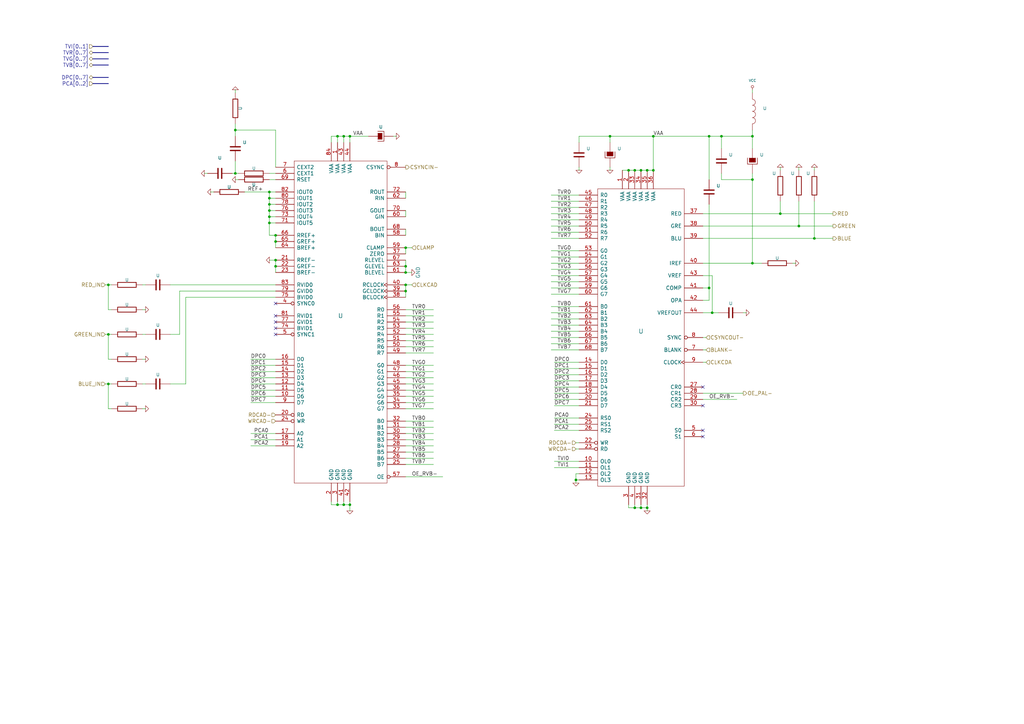
<source format=kicad_sch>
(kicad_sch (version 20220404) (generator eeschema)
  (paper "A3")
  (title_block (title "Video") (date "Sun 22 Mar 2015") (rev "2.0B") (company "Kicad EDA"))
  (lib_symbols
    (symbol "video_schlib:BT253" (pin_names (offset 1.016))
      (property "Reference" "U" (at 0 2.54 0))
      (property "Value" "BT253" (at 0 -2.54 0))
      (symbol "BT253_0_1"
        (rectangle (start -19.05 -66.04) (end 19.05 66.04))
      )
      (symbol "BT253_1_1"
        (pin input line (at -1.27 73.66 270) (length 7.62) (name "VAA") (number "1"))
        (pin tri_state line (at -26.67 -30.48 0) (length 7.62) (name "D6") (number "10"))
        (pin tri_state line (at -26.67 -27.94 0) (length 7.62) (name "D5") (number "11"))
        (pin tri_state line (at -26.67 -25.4 0) (length 7.62) (name "D4") (number "12"))
        (pin tri_state line (at -26.67 -22.86 0) (length 7.62) (name "D3") (number "13"))
        (pin tri_state line (at -26.67 -20.32 0) (length 7.62) (name "D2") (number "14"))
        (pin tri_state line (at -26.67 -17.78 0) (length 7.62) (name "D1") (number "15"))
        (pin tri_state line (at -26.67 -15.24 0) (length 7.62) (name "D0") (number "16"))
        (pin input line (at -26.67 -45.72 0) (length 7.62) (name "A0") (number "17"))
        (pin input line (at -26.67 -48.26 0) (length 7.62) (name "A1") (number "18"))
        (pin input line (at -26.67 -50.8 0) (length 7.62) (name "A2") (number "19"))
        (pin input line (at -3.81 -73.66 90) (length 7.62) (name "GND") (number "2"))
        (pin input inverted (at -26.67 -38.1 0) (length 7.62) (name "RD") (number "20"))
        (pin input line (at -26.67 25.4 0) (length 7.62) (name "RREF-") (number "21"))
        (pin input line (at -26.67 22.86 0) (length 7.62) (name "GREF-") (number "22"))
        (pin input line (at -26.67 20.32 0) (length 7.62) (name "BREF-") (number "23"))
        (pin input inverted (at -26.67 -40.64 0) (length 7.62) (name "WR") (number "24"))
        (pin tri_state line (at 26.67 -58.42 180) (length 7.62) (name "B7") (number "25"))
        (pin tri_state line (at 26.67 -55.88 180) (length 7.62) (name "B6") (number "26"))
        (pin tri_state line (at 26.67 -53.34 180) (length 7.62) (name "B5") (number "27"))
        (pin tri_state line (at 26.67 -50.8 180) (length 7.62) (name "B4") (number "28"))
        (pin tri_state line (at 26.67 -48.26 180) (length 7.62) (name "B3") (number "29"))
        (pin input line (at -1.27 -73.66 90) (length 7.62) (name "GND") (number "3"))
        (pin tri_state line (at 26.67 -45.72 180) (length 7.62) (name "B2") (number "30"))
        (pin tri_state line (at 26.67 -43.18 180) (length 7.62) (name "B1") (number "31"))
        (pin tri_state line (at 26.67 -40.64 180) (length 7.62) (name "B0") (number "32"))
        (pin tri_state line (at 26.67 -35.56 180) (length 7.62) (name "G7") (number "33"))
        (pin tri_state line (at 26.67 -33.02 180) (length 7.62) (name "G6") (number "34"))
        (pin tri_state line (at 26.67 -30.48 180) (length 7.62) (name "G5") (number "35"))
        (pin tri_state line (at 26.67 -27.94 180) (length 7.62) (name "G4") (number "36"))
        (pin input line (at 26.67 27.94 180) (length 7.62) (name "ZERO") (number "37"))
        (pin input clock (at 26.67 10.16 180) (length 7.62) (name "BCLOCK") (number "38"))
        (pin input clock (at 26.67 12.7 180) (length 7.62) (name "GCLOCK") (number "39"))
        (pin input inverted (at -26.67 7.62 0) (length 7.62) (name "SYNC0") (number "4"))
        (pin input clock (at 26.67 15.24 180) (length 7.62) (name "RCLOCK") (number "40"))
        (pin input line (at 1.27 -73.66 90) (length 7.62) (name "GND") (number "41"))
        (pin input line (at 3.81 -73.66 90) (length 7.62) (name "GND") (number "42"))
        (pin input line (at 1.27 73.66 270) (length 7.62) (name "VAA") (number "43"))
        (pin input line (at 3.81 73.66 270) (length 7.62) (name "VAA") (number "44"))
        (pin tri_state line (at 26.67 -25.4 180) (length 7.62) (name "G3") (number "45"))
        (pin tri_state line (at 26.67 -22.86 180) (length 7.62) (name "G2") (number "46"))
        (pin tri_state line (at 26.67 -20.32 180) (length 7.62) (name "G1") (number "47"))
        (pin tri_state line (at 26.67 -17.78 180) (length 7.62) (name "G0") (number "48"))
        (pin tri_state line (at 26.67 -12.7 180) (length 7.62) (name "R7") (number "49"))
        (pin input inverted (at -26.67 -5.08 0) (length 7.62) (name "SYNC1") (number "5"))
        (pin tri_state line (at 26.67 -10.16 180) (length 7.62) (name "R6") (number "50"))
        (pin tri_state line (at 26.67 -7.62 180) (length 7.62) (name "R5") (number "51"))
        (pin tri_state line (at 26.67 -5.08 180) (length 7.62) (name "R4") (number "52"))
        (pin tri_state line (at 26.67 -2.54 180) (length 7.62) (name "R3") (number "53"))
        (pin tri_state line (at 26.67 0 180) (length 7.62) (name "R2") (number "54"))
        (pin tri_state line (at 26.67 2.54 180) (length 7.62) (name "R1") (number "55"))
        (pin tri_state line (at 26.67 5.08 180) (length 7.62) (name "R0") (number "56"))
        (pin input inverted (at 26.67 -63.5 180) (length 7.62) (name "OE") (number "57"))
        (pin input line (at 26.67 35.56 180) (length 7.62) (name "BIN") (number "58"))
        (pin input line (at 26.67 30.48 180) (length 7.62) (name "CLAMP") (number "59"))
        (pin output line (at -26.67 60.96 0) (length 7.62) (name "CEXT1") (number "6"))
        (pin input line (at 26.67 43.18 180) (length 7.62) (name "GIN") (number "60"))
        (pin input line (at 26.67 20.32 180) (length 7.62) (name "BLEVEL") (number "61"))
        (pin input line (at 26.67 50.8 180) (length 7.62) (name "RIN") (number "62"))
        (pin input line (at 26.67 22.86 180) (length 7.62) (name "GLEVEL") (number "63"))
        (pin input line (at -26.67 30.48 0) (length 7.62) (name "BREF+") (number "64"))
        (pin input line (at -26.67 33.02 0) (length 7.62) (name "GREF+") (number "65"))
        (pin input line (at -26.67 35.56 0) (length 7.62) (name "RREF+") (number "66"))
        (pin input line (at 26.67 25.4 180) (length 7.62) (name "RLEVEL") (number "67"))
        (pin output line (at 26.67 38.1 180) (length 7.62) (name "BOUT") (number "68"))
        (pin input line (at -26.67 58.42 0) (length 7.62) (name "RSET") (number "69"))
        (pin input line (at -26.67 63.5 0) (length 7.62) (name "CEXT2") (number "7"))
        (pin output line (at 26.67 45.72 180) (length 7.62) (name "GOUT") (number "70"))
        (pin passive line (at -26.67 40.64 0) (length 7.62) (name "IOUT5") (number "71"))
        (pin output line (at 26.67 53.34 180) (length 7.62) (name "ROUT") (number "72"))
        (pin passive line (at -26.67 43.18 0) (length 7.62) (name "IOUT4") (number "73"))
        (pin input line (at -26.67 -2.54 0) (length 7.62) (name "BVID1") (number "74"))
        (pin input line (at -26.67 10.16 0) (length 7.62) (name "BVID0") (number "75"))
        (pin passive line (at -26.67 45.72 0) (length 7.62) (name "IOUT3") (number "76"))
        (pin input line (at -26.67 0 0) (length 7.62) (name "GVID1") (number "77"))
        (pin passive line (at -26.67 48.26 0) (length 7.62) (name "IOUT2") (number "78"))
        (pin input line (at -26.67 12.7 0) (length 7.62) (name "GVID0") (number "79"))
        (pin output inverted (at 26.67 63.5 180) (length 7.62) (name "CSYNC") (number "8"))
        (pin passive line (at -26.67 50.8 0) (length 7.62) (name "IOUT1") (number "80"))
        (pin input line (at -26.67 2.54 0) (length 7.62) (name "RVID1") (number "81"))
        (pin passive line (at -26.67 53.34 0) (length 7.62) (name "IOUT0") (number "82"))
        (pin input line (at -26.67 15.24 0) (length 7.62) (name "RVID0") (number "83"))
        (pin input line (at -3.81 73.66 270) (length 7.62) (name "VAA") (number "84"))
        (pin tri_state line (at -26.67 -33.02 0) (length 7.62) (name "D7") (number "9"))
      )
    )
    (symbol "video_schlib:BT473" (pin_names (offset 1.016))
      (property "Reference" "U" (at 0 2.54 0))
      (property "Value" "BT473" (at 0 -2.54 0))
      (symbol "BT473_0_1"
        (rectangle (start -17.78 -60.96) (end 17.78 60.96))
      )
      (symbol "BT473_1_1"
        (pin input line (at -7.62 68.58 270) (length 7.62) (name "VAA") (number "1"))
        (pin input line (at -25.4 -50.8 0) (length 7.62) (name "OL0") (number "10"))
        (pin input line (at -25.4 -53.34 0) (length 7.62) (name "OL1") (number "11"))
        (pin input line (at -25.4 -55.88 0) (length 7.62) (name "OL2") (number "12"))
        (pin input line (at -25.4 -58.42 0) (length 7.62) (name "OL3") (number "13"))
        (pin input line (at -25.4 -10.16 0) (length 7.62) (name "D0") (number "14"))
        (pin input line (at -25.4 -12.7 0) (length 7.62) (name "D1") (number "15"))
        (pin input line (at -25.4 -15.24 0) (length 7.62) (name "D2") (number "16"))
        (pin input line (at -25.4 -17.78 0) (length 7.62) (name "D3") (number "17"))
        (pin input line (at -25.4 -20.32 0) (length 7.62) (name "D4") (number "18"))
        (pin input line (at -25.4 -22.86 0) (length 7.62) (name "D5") (number "19"))
        (pin input line (at -5.08 68.58 270) (length 7.62) (name "VAA") (number "2"))
        (pin input line (at -25.4 -25.4 0) (length 7.62) (name "D6") (number "20"))
        (pin input line (at -25.4 -27.94 0) (length 7.62) (name "D7") (number "21"))
        (pin input inverted (at -25.4 -43.18 0) (length 7.62) (name "WR") (number "22"))
        (pin input inverted (at -25.4 -45.72 0) (length 7.62) (name "RD") (number "23"))
        (pin input line (at -25.4 -33.02 0) (length 7.62) (name "RS0") (number "24"))
        (pin input line (at -25.4 -35.56 0) (length 7.62) (name "RS1") (number "25"))
        (pin input line (at -25.4 -38.1 0) (length 7.62) (name "RS2") (number "26"))
        (pin output line (at 25.4 -20.32 180) (length 7.62) (name "CR0") (number "27"))
        (pin output line (at 25.4 -22.86 180) (length 7.62) (name "CR1") (number "28"))
        (pin output line (at 25.4 -25.4 180) (length 7.62) (name "CR2") (number "29"))
        (pin input line (at -5.08 -68.58 90) (length 7.62) (name "GND") (number "3"))
        (pin output line (at 25.4 -27.94 180) (length 7.62) (name "CR3") (number "30"))
        (pin input line (at 0 -68.58 90) (length 7.62) (name "GND") (number "31"))
        (pin input line (at 2.54 -68.58 90) (length 7.62) (name "GND") (number "32"))
        (pin input line (at -2.54 68.58 270) (length 7.62) (name "VAA") (number "33"))
        (pin input line (at 0 68.58 270) (length 7.62) (name "VAA") (number "34"))
        (pin input line (at 2.54 68.58 270) (length 7.62) (name "VAA") (number "35"))
        (pin input line (at 5.08 68.58 270) (length 7.62) (name "VAA") (number "36"))
        (pin output line (at 25.4 50.8 180) (length 7.62) (name "RED") (number "37"))
        (pin output line (at 25.4 45.72 180) (length 7.62) (name "GRE") (number "38"))
        (pin output line (at 25.4 40.64 180) (length 7.62) (name "BLU") (number "39"))
        (pin input line (at -2.54 -68.58 90) (length 7.62) (name "GND") (number "4"))
        (pin input line (at 25.4 30.48 180) (length 7.62) (name "IREF") (number "40"))
        (pin input line (at 25.4 20.32 180) (length 7.62) (name "COMP") (number "41"))
        (pin output line (at 25.4 15.24 180) (length 7.62) (name "OPA") (number "42"))
        (pin input line (at 25.4 25.4 180) (length 7.62) (name "VREF") (number "43"))
        (pin output line (at 25.4 10.16 180) (length 7.62) (name "VREFOUT") (number "44"))
        (pin input line (at -25.4 58.42 0) (length 7.62) (name "R0") (number "45"))
        (pin input line (at -25.4 55.88 0) (length 7.62) (name "R1") (number "46"))
        (pin input line (at -25.4 53.34 0) (length 7.62) (name "R2") (number "47"))
        (pin input line (at -25.4 50.8 0) (length 7.62) (name "R3") (number "48"))
        (pin input line (at -25.4 48.26 0) (length 7.62) (name "R4") (number "49"))
        (pin input line (at 25.4 -38.1 180) (length 7.62) (name "S0") (number "5"))
        (pin input line (at -25.4 45.72 0) (length 7.62) (name "R5") (number "50"))
        (pin input line (at -25.4 43.18 0) (length 7.62) (name "R6") (number "51"))
        (pin input line (at -25.4 40.64 0) (length 7.62) (name "R7") (number "52"))
        (pin input line (at -25.4 35.56 0) (length 7.62) (name "G0") (number "53"))
        (pin input line (at -25.4 33.02 0) (length 7.62) (name "G1") (number "54"))
        (pin input line (at -25.4 30.48 0) (length 7.62) (name "G2") (number "55"))
        (pin input line (at -25.4 27.94 0) (length 7.62) (name "G3") (number "56"))
        (pin input line (at -25.4 25.4 0) (length 7.62) (name "G4") (number "57"))
        (pin input line (at -25.4 22.86 0) (length 7.62) (name "G5") (number "58"))
        (pin input line (at -25.4 20.32 0) (length 7.62) (name "G6") (number "59"))
        (pin input line (at 25.4 -40.64 180) (length 7.62) (name "S1") (number "6"))
        (pin input line (at -25.4 17.78 0) (length 7.62) (name "G7") (number "60"))
        (pin input line (at -25.4 12.7 0) (length 7.62) (name "B0") (number "61"))
        (pin input line (at -25.4 10.16 0) (length 7.62) (name "B1") (number "62"))
        (pin input line (at -25.4 7.62 0) (length 7.62) (name "B2") (number "63"))
        (pin input line (at -25.4 5.08 0) (length 7.62) (name "B3") (number "64"))
        (pin input line (at -25.4 2.54 0) (length 7.62) (name "B4") (number "65"))
        (pin input line (at -25.4 0 0) (length 7.62) (name "B5") (number "66"))
        (pin input line (at -25.4 -2.54 0) (length 7.62) (name "B6") (number "67"))
        (pin input line (at -25.4 -5.08 0) (length 7.62) (name "B7") (number "68"))
        (pin input inverted (at 25.4 -5.08 180) (length 7.62) (name "BLANK") (number "7"))
        (pin input inverted (at 25.4 0 180) (length 7.62) (name "SYNC") (number "8"))
        (pin input clock (at 25.4 -10.16 180) (length 7.62) (name "CLOCK") (number "9"))
      )
    )
    (symbol "video_schlib:C" (pin_numbers hide) (pin_names (offset 0.254))
      (property "Reference" "C" (at 0 2.54 0))
      (property "Value" "C" (at 0.1524 -2.159 0))
      (symbol "C_0_1"
        (polyline (pts (xy -2.032 -0.762) (xy 2.032 -0.762)) (stroke (width 0.508)))
        (polyline (pts (xy -2.032 0.762) (xy 2.032 0.762)) (stroke (width 0.508)))
      )
      (symbol "C_1_1"
        (pin passive line (at 0 5.08 270) (length 4.318) (name "~") (number "1"))
        (pin passive line (at 0 -5.08 90) (length 4.318) (name "~") (number "2"))
      )
    )
    (symbol "video_schlib:CP" (pin_numbers hide) (pin_names (offset 0.254) hide)
      (property "Reference" "C" (at 1.27 2.54 0))
      (property "Value" "CP" (at 1.27 -2.54 0))
      (symbol "CP_0_1"
        (polyline (pts (xy -2.032 1.27) (xy -2.032 -1.27) (xy 2.032 -1.27) (xy 2.032 1.27)) (stroke (width 0.2032)))
        (polyline (pts (xy -1.27 1.27) (xy -1.27 -0.508) (xy 1.27 -0.508) (xy 1.27 1.27)) (fill (type outline)))
      )
      (symbol "CP_1_1"
        (pin passive line (at 0 5.08 270) (length 3.81) (name "~") (number "1"))
        (pin passive line (at 0 -5.08 90) (length 3.81) (name "~") (number "2"))
      )
    )
    (symbol "video_schlib:GND" (power) (pin_names (offset 0))
      (symbol "GND_0_1"
        (polyline (pts (xy -1.27 0) (xy 0 -1.27) (xy 1.27 0) (xy -1.27 0)))
      )
      (symbol "GND_1_1"
        (pin power_in line (at 0 0 90) (length 0) hide (name "GND") (number "1"))
      )
    )
    (symbol "video_schlib:INDUCTOR" (pin_numbers hide) (pin_names (offset 1.016) hide)
      (property "Reference" "L" (at -1.27 0 90))
      (property "Value" "INDUCTOR" (at 2.54 0 90))
      (symbol "INDUCTOR_0_1"
        (arc (start 0.0254 -5.0546) (mid 1.245 -3.7973) (end 0.0254 -2.54))
        (arc (start 0.0254 -2.5146) (mid 1.2704 -1.2319) (end 0.0254 0.0508))
        (arc (start 0.0254 0.0254) (mid 1.2704 1.3081) (end 0.0254 2.5908))
        (arc (start 0.0254 2.5654) (mid 1.1942 3.7719) (end 0.0254 4.9784))
      )
      (symbol "INDUCTOR_1_1"
        (pin passive line (at 0 7.62 270) (length 2.54) (name "1") (number "1"))
        (pin passive line (at 0 -7.62 90) (length 2.54) (name "2") (number "2"))
      )
    )
    (symbol "video_schlib:R" (pin_numbers hide) (pin_names (offset 0))
      (property "Reference" "R" (at 2.032 0 90))
      (property "Value" "R" (at 0.1778 0.0254 90))
      (symbol "R_0_1"
        (rectangle (start -1.016 3.81) (end 1.016 -3.81) (stroke (width 0.3048)))
      )
      (symbol "R_1_1"
        (pin passive line (at 0 6.35 270) (length 2.54) (name "~") (number "1"))
        (pin passive line (at 0 -6.35 90) (length 2.54) (name "~") (number "2"))
      )
    )
    (symbol "video_schlib:VCC" (power) (pin_names (offset 0))
      (property "Value" "VCC" (at 0 2.54 0))
      (symbol "VCC_0_0"
        (pin power_in line (at 0 0 90) (length 0) hide (name "VCC") (number "1"))
      )
      (symbol "VCC_0_1"
        (polyline (pts (xy 0 0) (xy 0 0.762) (xy 0 0.762)))
        (circle (center 0 1.27) (radius 0.508))
      )
    )
  )
  (junction (at 166.37 111.76) (diameter 0.9144))
  (junction (at 308.61 73.66) (diameter 0.9144))
  (junction (at 166.37 119.38) (diameter 0.9144))
  (junction (at 327.66 92.71) (diameter 0.9144))
  (junction (at 110.49 81.28) (diameter 0.9144))
  (junction (at 262.89 208.28) (diameter 0.9144))
  (junction (at 44.45 116.84) (diameter 0.9144))
  (junction (at 110.49 78.74) (diameter 0.9144))
  (junction (at 308.61 55.88) (diameter 0.9144))
  (junction (at 140.97 207.01) (diameter 0.9144))
  (junction (at 110.49 83.82) (diameter 0.9144))
  (junction (at 260.35 69.85) (diameter 0.9144))
  (junction (at 265.43 69.85) (diameter 0.9144))
  (junction (at 290.83 118.11) (diameter 0.9144))
  (junction (at 236.22 196.85) (diameter 0.9144))
  (junction (at 166.37 109.22) (diameter 0.9144))
  (junction (at 295.91 55.88) (diameter 0.9144))
  (junction (at 267.97 69.85) (diameter 0.9144))
  (junction (at 138.43 207.01) (diameter 0.9144))
  (junction (at 292.1 128.27) (diameter 0.9144))
  (junction (at 262.89 69.85) (diameter 0.9144))
  (junction (at 143.51 207.01) (diameter 0.9144))
  (junction (at 138.43 55.88) (diameter 0.9144))
  (junction (at 320.04 87.63) (diameter 0.9144))
  (junction (at 166.37 101.6) (diameter 0.9144))
  (junction (at 96.52 53.34) (diameter 0.9144))
  (junction (at 44.45 157.48) (diameter 0.9144))
  (junction (at 308.61 107.95) (diameter 0.9144))
  (junction (at 113.03 96.52) (diameter 0.9144))
  (junction (at 110.49 88.9) (diameter 0.9144))
  (junction (at 44.45 137.16) (diameter 0.9144))
  (junction (at 166.37 116.84) (diameter 0.9144))
  (junction (at 250.19 55.88) (diameter 0.9144))
  (junction (at 334.01 97.79) (diameter 0.9144))
  (junction (at 113.03 106.68) (diameter 0.9144))
  (junction (at 110.49 86.36) (diameter 0.9144))
  (junction (at 140.97 55.88) (diameter 0.9144))
  (junction (at 113.03 99.06) (diameter 0.9144))
  (junction (at 265.43 208.28) (diameter 0.9144))
  (junction (at 290.83 55.88) (diameter 0.9144))
  (junction (at 113.03 109.22) (diameter 0.9144))
  (junction (at 267.97 55.88) (diameter 0.9144))
  (junction (at 110.49 91.44) (diameter 0.9144))
  (junction (at 257.81 69.85) (diameter 0.9144))
  (junction (at 143.51 55.88) (diameter 0.9144))
  (junction (at 96.52 71.12) (diameter 0.9144))
  (junction (at 260.35 208.28) (diameter 0.9144))
  (no_connect (at 288.29 166.37))
  (no_connect (at 288.29 158.75))
  (no_connect (at 113.03 137.16))
  (no_connect (at 113.03 129.54))
  (no_connect (at 288.29 176.53))
  (no_connect (at 288.29 179.07))
  (no_connect (at 113.03 134.62))
  (no_connect (at 113.03 132.08))
  (no_connect (at 113.03 124.46))
  (wire (pts (xy 226.06 102.87) (xy 237.49 102.87)))
  (wire (pts (xy 58.42 137.16) (xy 59.69 137.16)))
  (wire (pts (xy 95.25 71.12) (xy 96.52 71.12)))
  (wire (pts (xy 102.87 180.34) (xy 113.03 180.34)))
  (wire (pts (xy 250.19 58.42) (xy 250.19 55.88)))
  (wire (pts (xy 166.37 127) (xy 177.8 127)))
  (wire (pts (xy 44.45 147.32) (xy 45.72 147.32)))
  (wire (pts (xy 292.1 128.27) (xy 294.64 128.27)))
  (wire (pts (xy 102.87 147.32) (xy 113.03 147.32)))
  (wire (pts (xy 288.29 97.79) (xy 334.01 97.79)))
  (wire (pts (xy 166.37 101.6) (xy 168.91 101.6)))
  (wire (pts (xy 327.66 92.71) (xy 341.63 92.71)))
  (wire (pts (xy 260.35 208.28) (xy 262.89 208.28)))
  (wire (pts (xy 290.83 55.88) (xy 295.91 55.88)))
  (wire (pts (xy 237.49 196.85) (xy 236.22 196.85)))
  (wire (pts (xy 113.03 121.92) (xy 76.2 121.92)))
  (wire (pts (xy 166.37 93.98) (xy 166.37 96.52)))
  (wire (pts (xy 227.33 153.67) (xy 237.49 153.67)))
  (wire (pts (xy 43.18 137.16) (xy 44.45 137.16)))
  (wire (pts (xy 140.97 207.01) (xy 143.51 207.01)))
  (wire (pts (xy 226.06 113.03) (xy 237.49 113.03)))
  (wire (pts (xy 334.01 69.85) (xy 334.01 68.58)))
  (wire (pts (xy 166.37 162.56) (xy 177.8 162.56)))
  (wire (pts (xy 265.43 69.85) (xy 267.97 69.85)))
  (wire (pts (xy 237.49 184.15) (xy 236.22 184.15)))
  (wire (pts (xy 166.37 167.64) (xy 177.8 167.64)))
  (wire (pts (xy 102.87 177.8) (xy 113.03 177.8)))
  (wire (pts (xy 236.22 194.31) (xy 236.22 196.85)))
  (wire (pts (xy 227.33 148.59) (xy 237.49 148.59)))
  (wire (pts (xy 260.35 69.85) (xy 262.89 69.85)))
  (wire (pts (xy 166.37 104.14) (xy 166.37 101.6)))
  (wire (pts (xy 288.29 92.71) (xy 327.66 92.71)))
  (wire (pts (xy 226.06 120.65) (xy 237.49 120.65)))
  (wire (pts (xy 265.43 208.28) (xy 265.43 209.55)))
  (wire (pts (xy 320.04 87.63) (xy 341.63 87.63)))
  (wire (pts (xy 227.33 161.29) (xy 237.49 161.29)))
  (wire (pts (xy 113.03 99.06) (xy 113.03 101.6)))
  (wire (pts (xy 226.06 133.35) (xy 237.49 133.35)))
  (wire (pts (xy 226.06 92.71) (xy 237.49 92.71)))
  (wire (pts (xy 290.83 123.19) (xy 288.29 123.19)))
  (wire (pts (xy 227.33 158.75) (xy 237.49 158.75)))
  (wire (pts (xy 96.52 38.1) (xy 96.52 36.83)))
  (wire (pts (xy 166.37 116.84) (xy 166.37 119.38)))
  (wire (pts (xy 227.33 163.83) (xy 237.49 163.83)))
  (wire (pts (xy 226.06 107.95) (xy 237.49 107.95)))
  (wire (pts (xy 236.22 181.61) (xy 237.49 181.61)))
  (wire (pts (xy 226.06 90.17) (xy 237.49 90.17)))
  (wire (pts (xy 110.49 78.74) (xy 110.49 81.28)))
  (wire (pts (xy 260.35 208.28) (xy 260.35 207.01)))
  (wire (pts (xy 44.45 157.48) (xy 44.45 167.64)))
  (wire (pts (xy 166.37 109.22) (xy 166.37 111.76)))
  (wire (pts (xy 96.52 73.66) (xy 97.79 73.66)))
  (wire (pts (xy 226.06 125.73) (xy 237.49 125.73)))
  (wire (pts (xy 113.03 81.28) (xy 110.49 81.28)))
  (wire (pts (xy 226.06 130.81) (xy 237.49 130.81)))
  (wire (pts (xy 44.45 137.16) (xy 44.45 147.32)))
  (wire (pts (xy 166.37 111.76) (xy 168.91 111.76)))
  (wire (pts (xy 110.49 86.36) (xy 113.03 86.36)))
  (wire (pts (xy 308.61 53.34) (xy 308.61 55.88)))
  (wire (pts (xy 250.19 69.85) (xy 250.19 68.58)))
  (wire (pts (xy 237.49 189.23) (xy 227.33 189.23)))
  (wire (pts (xy 166.37 190.5) (xy 177.8 190.5)))
  (wire (pts (xy 110.49 83.82) (xy 113.03 83.82)))
  (wire (pts (xy 96.52 71.12) (xy 97.79 71.12)))
  (wire (pts (xy 166.37 157.48) (xy 177.8 157.48)))
  (wire (pts (xy 292.1 113.03) (xy 288.29 113.03)))
  (wire (pts (xy 110.49 96.52) (xy 113.03 96.52)))
  (wire (pts (xy 102.87 182.88) (xy 113.03 182.88)))
  (wire (pts (xy 288.29 107.95) (xy 308.61 107.95)))
  (wire (pts (xy 69.85 116.84) (xy 113.03 116.84)))
  (wire (pts (xy 59.69 127) (xy 58.42 127)))
  (wire (pts (xy 227.33 166.37) (xy 237.49 166.37)))
  (wire (pts (xy 110.49 86.36) (xy 110.49 88.9)))
  (wire (pts (xy 290.83 83.82) (xy 290.83 118.11)))
  (wire (pts (xy 110.49 71.12) (xy 113.03 71.12)))
  (wire (pts (xy 236.22 196.85) (xy 236.22 198.12)))
  (wire (pts (xy 166.37 86.36) (xy 166.37 88.9)))
  (wire (pts (xy 226.06 138.43) (xy 237.49 138.43)))
  (wire (pts (xy 102.87 157.48) (xy 113.03 157.48)))
  (wire (pts (xy 102.87 165.1) (xy 113.03 165.1)))
  (wire (pts (xy 162.56 55.88) (xy 161.29 55.88)))
  (wire (pts (xy 257.81 208.28) (xy 260.35 208.28)))
  (wire (pts (xy 166.37 149.86) (xy 177.8 149.86)))
  (wire (pts (xy 166.37 180.34) (xy 177.8 180.34)))
  (wire (pts (xy 290.83 55.88) (xy 290.83 73.66)))
  (wire (pts (xy 110.49 73.66) (xy 113.03 73.66)))
  (wire (pts (xy 227.33 151.13) (xy 237.49 151.13)))
  (wire (pts (xy 320.04 82.55) (xy 320.04 87.63)))
  (wire (pts (xy 76.2 121.92) (xy 76.2 157.48)))
  (wire (pts (xy 110.49 88.9) (xy 113.03 88.9)))
  (wire (pts (xy 59.69 147.32) (xy 58.42 147.32)))
  (wire (pts (xy 237.49 191.77) (xy 227.33 191.77)))
  (wire (pts (xy 102.87 154.94) (xy 113.03 154.94)))
  (wire (pts (xy 237.49 58.42) (xy 237.49 55.88)))
  (wire (pts (xy 226.06 128.27) (xy 237.49 128.27)))
  (wire (pts (xy 226.06 82.55) (xy 237.49 82.55)))
  (wire (pts (xy 226.06 118.11) (xy 237.49 118.11)))
  (wire (pts (xy 288.29 87.63) (xy 320.04 87.63)))
  (wire (pts (xy 226.06 105.41) (xy 237.49 105.41)))
  (wire (pts (xy 44.45 157.48) (xy 45.72 157.48)))
  (wire (pts (xy 308.61 73.66) (xy 308.61 107.95)))
  (wire (pts (xy 308.61 55.88) (xy 308.61 60.96)))
  (wire (pts (xy 226.06 110.49) (xy 237.49 110.49)))
  (wire (pts (xy 226.06 135.89) (xy 237.49 135.89)))
  (wire (pts (xy 308.61 71.12) (xy 308.61 73.66)))
  (bus (pts (xy 38.1 19.05) (xy 44.45 19.05)))
  (wire (pts (xy 288.29 163.83) (xy 302.26 163.83)))
  (wire (pts (xy 58.42 116.84) (xy 59.69 116.84)))
  (wire (pts (xy 226.06 85.09) (xy 237.49 85.09)))
  (wire (pts (xy 166.37 144.78) (xy 177.8 144.78)))
  (wire (pts (xy 226.06 95.25) (xy 237.49 95.25)))
  (wire (pts (xy 326.39 107.95) (xy 325.12 107.95)))
  (wire (pts (xy 166.37 132.08) (xy 177.8 132.08)))
  (wire (pts (xy 226.06 143.51) (xy 237.49 143.51)))
  (wire (pts (xy 237.49 55.88) (xy 250.19 55.88)))
  (wire (pts (xy 166.37 78.74) (xy 166.37 81.28)))
  (wire (pts (xy 226.06 80.01) (xy 237.49 80.01)))
  (wire (pts (xy 166.37 152.4) (xy 177.8 152.4)))
  (wire (pts (xy 306.07 128.27) (xy 304.8 128.27)))
  (wire (pts (xy 295.91 55.88) (xy 308.61 55.88)))
  (wire (pts (xy 290.83 118.11) (xy 290.83 123.19)))
  (wire (pts (xy 135.89 55.88) (xy 135.89 58.42)))
  (wire (pts (xy 44.45 137.16) (xy 45.72 137.16)))
  (wire (pts (xy 166.37 142.24) (xy 177.8 142.24)))
  (wire (pts (xy 143.51 55.88) (xy 151.13 55.88)))
  (wire (pts (xy 135.89 207.01) (xy 138.43 207.01)))
  (wire (pts (xy 166.37 119.38) (xy 166.37 121.92)))
  (bus (pts (xy 38.1 34.29) (xy 44.45 34.29)))
  (wire (pts (xy 113.03 106.68) (xy 113.03 109.22)))
  (wire (pts (xy 58.42 167.64) (xy 59.69 167.64)))
  (wire (pts (xy 226.06 87.63) (xy 237.49 87.63)))
  (wire (pts (xy 257.81 208.28) (xy 257.81 207.01)))
  (wire (pts (xy 86.36 78.74) (xy 87.63 78.74)))
  (wire (pts (xy 135.89 207.01) (xy 135.89 205.74)))
  (wire (pts (xy 102.87 149.86) (xy 113.03 149.86)))
  (wire (pts (xy 138.43 207.01) (xy 140.97 207.01)))
  (wire (pts (xy 250.19 55.88) (xy 267.97 55.88)))
  (wire (pts (xy 166.37 139.7) (xy 177.8 139.7)))
  (wire (pts (xy 113.03 119.38) (xy 73.66 119.38)))
  (wire (pts (xy 265.43 207.01) (xy 265.43 208.28)))
  (wire (pts (xy 96.52 50.8) (xy 96.52 53.34)))
  (bus (pts (xy 38.1 31.75) (xy 44.45 31.75)))
  (wire (pts (xy 290.83 118.11) (xy 288.29 118.11)))
  (wire (pts (xy 308.61 36.83) (xy 308.61 38.1)))
  (wire (pts (xy 166.37 160.02) (xy 177.8 160.02)))
  (wire (pts (xy 227.33 173.99) (xy 237.49 173.99)))
  (wire (pts (xy 166.37 175.26) (xy 177.8 175.26)))
  (wire (pts (xy 295.91 71.12) (xy 295.91 73.66)))
  (wire (pts (xy 110.49 91.44) (xy 113.03 91.44)))
  (wire (pts (xy 110.49 83.82) (xy 110.49 86.36)))
  (wire (pts (xy 102.87 152.4) (xy 113.03 152.4)))
  (wire (pts (xy 69.85 137.16) (xy 73.66 137.16)))
  (bus (pts (xy 38.1 24.13) (xy 44.45 24.13)))
  (wire (pts (xy 143.51 207.01) (xy 143.51 209.55)))
  (wire (pts (xy 138.43 55.88) (xy 140.97 55.88)))
  (wire (pts (xy 44.45 167.64) (xy 45.72 167.64)))
  (wire (pts (xy 83.82 71.12) (xy 85.09 71.12)))
  (wire (pts (xy 110.49 81.28) (xy 110.49 83.82)))
  (wire (pts (xy 96.52 53.34) (xy 96.52 55.88)))
  (wire (pts (xy 44.45 116.84) (xy 45.72 116.84)))
  (wire (pts (xy 69.85 157.48) (xy 76.2 157.48)))
  (wire (pts (xy 166.37 172.72) (xy 177.8 172.72)))
  (wire (pts (xy 227.33 171.45) (xy 237.49 171.45)))
  (wire (pts (xy 110.49 78.74) (xy 113.03 78.74)))
  (wire (pts (xy 96.52 71.12) (xy 96.52 66.04)))
  (wire (pts (xy 138.43 55.88) (xy 138.43 58.42)))
  (wire (pts (xy 143.51 58.42) (xy 143.51 55.88)))
  (wire (pts (xy 308.61 107.95) (xy 312.42 107.95)))
  (wire (pts (xy 166.37 129.54) (xy 177.8 129.54)))
  (wire (pts (xy 289.56 143.51) (xy 288.29 143.51)))
  (wire (pts (xy 327.66 68.58) (xy 327.66 69.85)))
  (wire (pts (xy 166.37 137.16) (xy 177.8 137.16)))
  (wire (pts (xy 43.18 116.84) (xy 44.45 116.84)))
  (wire (pts (xy 140.97 55.88) (xy 140.97 58.42)))
  (wire (pts (xy 166.37 134.62) (xy 177.8 134.62)))
  (bus (pts (xy 38.1 26.67) (xy 44.45 26.67)))
  (wire (pts (xy 166.37 187.96) (xy 177.8 187.96)))
  (wire (pts (xy 267.97 69.85) (xy 267.97 55.88)))
  (wire (pts (xy 110.49 91.44) (xy 110.49 96.52)))
  (wire (pts (xy 320.04 69.85) (xy 320.04 68.58)))
  (wire (pts (xy 166.37 182.88) (xy 177.8 182.88)))
  (wire (pts (xy 58.42 157.48) (xy 59.69 157.48)))
  (wire (pts (xy 113.03 53.34) (xy 113.03 68.58)))
  (wire (pts (xy 226.06 115.57) (xy 237.49 115.57)))
  (wire (pts (xy 226.06 97.79) (xy 237.49 97.79)))
  (wire (pts (xy 168.91 116.84) (xy 166.37 116.84)))
  (wire (pts (xy 295.91 73.66) (xy 308.61 73.66)))
  (wire (pts (xy 113.03 109.22) (xy 113.03 111.76)))
  (wire (pts (xy 102.87 162.56) (xy 113.03 162.56)))
  (wire (pts (xy 289.56 138.43) (xy 288.29 138.43)))
  (wire (pts (xy 237.49 68.58) (xy 237.49 69.85)))
  (wire (pts (xy 288.29 128.27) (xy 292.1 128.27)))
  (wire (pts (xy 226.06 140.97) (xy 237.49 140.97)))
  (wire (pts (xy 289.56 148.59) (xy 288.29 148.59)))
  (wire (pts (xy 288.29 161.29) (xy 304.8 161.29)))
  (wire (pts (xy 96.52 53.34) (xy 113.03 53.34)))
  (wire (pts (xy 135.89 55.88) (xy 138.43 55.88)))
  (wire (pts (xy 44.45 116.84) (xy 44.45 127)))
  (wire (pts (xy 143.51 205.74) (xy 143.51 207.01)))
  (wire (pts (xy 334.01 97.79) (xy 341.63 97.79)))
  (wire (pts (xy 166.37 185.42) (xy 177.8 185.42)))
  (wire (pts (xy 166.37 195.58) (xy 181.61 195.58)))
  (wire (pts (xy 292.1 128.27) (xy 292.1 113.03)))
  (wire (pts (xy 140.97 205.74) (xy 140.97 207.01)))
  (wire (pts (xy 267.97 55.88) (xy 290.83 55.88)))
  (wire (pts (xy 262.89 208.28) (xy 262.89 207.01)))
  (wire (pts (xy 255.27 69.85) (xy 257.81 69.85)))
  (wire (pts (xy 113.03 96.52) (xy 113.03 99.06)))
  (wire (pts (xy 227.33 156.21) (xy 237.49 156.21)))
  (wire (pts (xy 257.81 69.85) (xy 260.35 69.85)))
  (wire (pts (xy 295.91 55.88) (xy 295.91 60.96)))
  (bus (pts (xy 38.1 21.59) (xy 44.45 21.59)))
  (wire (pts (xy 110.49 88.9) (xy 110.49 91.44)))
  (wire (pts (xy 138.43 205.74) (xy 138.43 207.01)))
  (wire (pts (xy 166.37 154.94) (xy 177.8 154.94)))
  (wire (pts (xy 262.89 69.85) (xy 265.43 69.85)))
  (wire (pts (xy 100.33 78.74) (xy 110.49 78.74)))
  (wire (pts (xy 102.87 160.02) (xy 113.03 160.02)))
  (wire (pts (xy 44.45 127) (xy 45.72 127)))
  (wire (pts (xy 43.18 157.48) (xy 44.45 157.48)))
  (wire (pts (xy 334.01 97.79) (xy 334.01 82.55)))
  (wire (pts (xy 140.97 55.88) (xy 143.51 55.88)))
  (wire (pts (xy 236.22 194.31) (xy 237.49 194.31)))
  (wire (pts (xy 166.37 165.1) (xy 177.8 165.1)))
  (wire (pts (xy 73.66 119.38) (xy 73.66 137.16)))
  (wire (pts (xy 262.89 208.28) (xy 265.43 208.28)))
  (wire (pts (xy 227.33 176.53) (xy 237.49 176.53)))
  (wire (pts (xy 166.37 177.8) (xy 177.8 177.8)))
  (wire (pts (xy 166.37 106.68) (xy 166.37 109.22)))
  (wire (pts (xy 110.49 106.68) (xy 113.03 106.68)))
  (wire (pts (xy 327.66 92.71) (xy 327.66 82.55)))
  (label "TVI0" (at 228.6 189.23 0) (effects (font (size 1.524 1.524))))
  (label "TVR5" (at 228.6 92.71 0) (effects (font (size 1.524 1.524))))
  (label "PCA0" (at 104.14 177.8 0) (effects (font (size 1.524 1.524))))
  (label "TVR3" (at 168.91 134.62 0) (effects (font (size 1.524 1.524))))
  (label "DPC2" (at 227.33 153.67 0) (effects (font (size 1.524 1.524))))
  (label "TVG7" (at 168.91 167.64 0) (effects (font (size 1.524 1.524))))
  (label "TVR3" (at 228.6 87.63 0) (effects (font (size 1.524 1.524))))
  (label "TVG2" (at 168.91 154.94 0) (effects (font (size 1.524 1.524))))
  (label "DPC0" (at 102.87 147.32 0) (effects (font (size 1.524 1.524))))
  (label "TVR2" (at 228.6 85.09 0) (effects (font (size 1.524 1.524))))
  (label "DPC5" (at 227.33 161.29 0) (effects (font (size 1.524 1.524))))
  (label "OE_RVB-" (at 290.83 163.83 0) (effects (font (size 1.524 1.524))))
  (label "TVG5" (at 168.91 162.56 0) (effects (font (size 1.524 1.524))))
  (label "TVG3" (at 228.6 110.49 0) (effects (font (size 1.524 1.524))))
  (label "TVG1" (at 228.6 105.41 0) (effects (font (size 1.524 1.524))))
  (label "DPC7" (at 227.33 166.37 0) (effects (font (size 1.524 1.524))))
  (label "TVB4" (at 228.6 135.89 0) (effects (font (size 1.524 1.524))))
  (label "TVB1" (at 168.91 175.26 0) (effects (font (size 1.524 1.524))))
  (label "TVB0" (at 168.91 172.72 0) (effects (font (size 1.524 1.524))))
  (label "PCA1" (at 104.14 180.34 0) (effects (font (size 1.524 1.524))))
  (label "TVB5" (at 228.6 138.43 0) (effects (font (size 1.524 1.524))))
  (label "DPC4" (at 227.33 158.75 0) (effects (font (size 1.524 1.524))))
  (label "DPC5" (at 102.87 160.02 0) (effects (font (size 1.524 1.524))))
  (label "DPC6" (at 102.87 162.56 0) (effects (font (size 1.524 1.524))))
  (label "TVR6" (at 168.91 142.24 0) (effects (font (size 1.524 1.524))))
  (label "PCA0" (at 227.33 171.45 0) (effects (font (size 1.524 1.524))))
  (label "VAA" (at 144.78 55.88 0) (effects (font (size 1.524 1.524))))
  (label "TVB1" (at 228.6 128.27 0) (effects (font (size 1.524 1.524))))
  (label "TVB6" (at 168.91 187.96 0) (effects (font (size 1.524 1.524))))
  (label "VAA" (at 267.97 55.88 0) (effects (font (size 1.524 1.524))))
  (label "OE_RVB-" (at 168.91 195.58 0) (effects (font (size 1.524 1.524))))
  (label "PCA1" (at 227.33 173.99 0) (effects (font (size 1.524 1.524))))
  (label "TVG5" (at 228.6 115.57 0) (effects (font (size 1.524 1.524))))
  (label "TVB4" (at 168.91 182.88 0) (effects (font (size 1.524 1.524))))
  (label "TVR7" (at 228.6 97.79 0) (effects (font (size 1.524 1.524))))
  (label "TVR1" (at 168.91 129.54 0) (effects (font (size 1.524 1.524))))
  (label "TVR4" (at 228.6 90.17 0) (effects (font (size 1.524 1.524))))
  (label "TVG4" (at 228.6 113.03 0) (effects (font (size 1.524 1.524))))
  (label "TVI1" (at 228.6 191.77 0) (effects (font (size 1.524 1.524))))
  (label "TVG2" (at 228.6 107.95 0) (effects (font (size 1.524 1.524))))
  (label "TVR0" (at 168.91 127 0) (effects (font (size 1.524 1.524))))
  (label "TVR6" (at 228.6 95.25 0) (effects (font (size 1.524 1.524))))
  (label "TVB5" (at 168.91 185.42 0) (effects (font (size 1.524 1.524))))
  (label "TVR7" (at 168.91 144.78 0) (effects (font (size 1.524 1.524))))
  (label "TVR4" (at 168.91 137.16 0) (effects (font (size 1.524 1.524))))
  (label "DPC4" (at 102.87 157.48 0) (effects (font (size 1.524 1.524))))
  (label "TVG4" (at 168.91 160.02 0) (effects (font (size 1.524 1.524))))
  (label "PCA2" (at 227.33 176.53 0) (effects (font (size 1.524 1.524))))
  (label "TVG3" (at 168.91 157.48 0) (effects (font (size 1.524 1.524))))
  (label "TVB3" (at 228.6 133.35 0) (effects (font (size 1.524 1.524))))
  (label "DPC3" (at 227.33 156.21 0) (effects (font (size 1.524 1.524))))
  (label "TVG6" (at 228.6 118.11 0) (effects (font (size 1.524 1.524))))
  (label "TVG6" (at 168.91 165.1 0) (effects (font (size 1.524 1.524))))
  (label "TVG0" (at 168.91 149.86 0) (effects (font (size 1.524 1.524))))
  (label "TVR0" (at 228.6 80.01 0) (effects (font (size 1.524 1.524))))
  (label "TVB6" (at 228.6 140.97 0) (effects (font (size 1.524 1.524))))
  (label "TVB2" (at 168.91 177.8 0) (effects (font (size 1.524 1.524))))
  (label "TVR2" (at 168.91 132.08 0) (effects (font (size 1.524 1.524))))
  (label "PCA2" (at 104.14 182.88 0) (effects (font (size 1.524 1.524))))
  (label "DPC1" (at 102.87 149.86 0) (effects (font (size 1.524 1.524))))
  (label "REF+" (at 101.6 78.74 0) (effects (font (size 1.524 1.524))))
  (label "TVB3" (at 168.91 180.34 0) (effects (font (size 1.524 1.524))))
  (label "TVG0" (at 228.6 102.87 0) (effects (font (size 1.524 1.524))))
  (label "DPC7" (at 102.87 165.1 0) (effects (font (size 1.524 1.524))))
  (label "DPC1" (at 227.33 151.13 0) (effects (font (size 1.524 1.524))))
  (label "TVR5" (at 168.91 139.7 0) (effects (font (size 1.524 1.524))))
  (label "TVB2" (at 228.6 130.81 0) (effects (font (size 1.524 1.524))))
  (label "TVG1" (at 168.91 152.4 0) (effects (font (size 1.524 1.524))))
  (label "TVB7" (at 228.6 143.51 0) (effects (font (size 1.524 1.524))))
  (label "TVG7" (at 228.6 120.65 0) (effects (font (size 1.524 1.524))))
  (label "DPC3" (at 102.87 154.94 0) (effects (font (size 1.524 1.524))))
  (label "DPC2" (at 102.87 152.4 0) (effects (font (size 1.524 1.524))))
  (label "TVB7" (at 168.91 190.5 0) (effects (font (size 1.524 1.524))))
  (label "TVB0" (at 228.6 125.73 0) (effects (font (size 1.524 1.524))))
  (label "DPC0" (at 227.33 148.59 0) (effects (font (size 1.524 1.524))))
  (label "TVR1" (at 228.6 82.55 0) (effects (font (size 1.524 1.524))))
  (label "DPC6" (at 227.33 163.83 0) (effects (font (size 1.524 1.524))))
  (hierarchical_label "OE_PAL-" (shape output) (at 304.8 161.29 0) (effects (font (size 1.524 1.524))))
  (hierarchical_label "CLKCAD" (shape input) (at 168.91 116.84 0) (effects (font (size 1.524 1.524))))
  (hierarchical_label "TVR[0..7]" (shape tri_state) (at 38.1 21.59 180) (effects (font (size 1.524 1.524))))
  (hierarchical_label "CLKCDA" (shape input) (at 289.56 148.59 0) (effects (font (size 1.524 1.524))))
  (hierarchical_label "DPC[0..7]" (shape tri_state) (at 38.1 31.75 180) (effects (font (size 1.524 1.524))))
  (hierarchical_label "GREEN_IN" (shape input) (at 43.18 137.16 180) (effects (font (size 1.524 1.524))))
  (hierarchical_label "BLANK-" (shape input) (at 289.56 143.51 0) (effects (font (size 1.524 1.524))))
  (hierarchical_label "GREEN" (shape output) (at 341.63 92.71 0) (effects (font (size 1.524 1.524))))
  (hierarchical_label "TVB[0..7]" (shape tri_state) (at 38.1 26.67 180) (effects (font (size 1.524 1.524))))
  (hierarchical_label "BLUE" (shape output) (at 341.63 97.79 0) (effects (font (size 1.524 1.524))))
  (hierarchical_label "RED_IN" (shape input) (at 43.18 116.84 180) (effects (font (size 1.524 1.524))))
  (hierarchical_label "WRCDA-" (shape input) (at 236.22 184.15 180) (effects (font (size 1.524 1.524))))
  (hierarchical_label "RED" (shape output) (at 341.63 87.63 0) (effects (font (size 1.524 1.524))))
  (hierarchical_label "TVG[0..7]" (shape tri_state) (at 38.1 24.13 180) (effects (font (size 1.524 1.524))))
  (hierarchical_label "RDCDA-" (shape input) (at 236.22 181.61 180) (effects (font (size 1.524 1.524))))
  (hierarchical_label "BLUE_IN" (shape input) (at 43.18 157.48 180) (effects (font (size 1.524 1.524))))
  (hierarchical_label "TVI[0..1]" (shape input) (at 38.1 19.05 180) (effects (font (size 1.524 1.524))))
  (hierarchical_label "CSYNCOUT-" (shape input) (at 289.56 138.43 0) (effects (font (size 1.524 1.524))))
  (hierarchical_label "CLAMP" (shape input) (at 168.91 101.6 0) (effects (font (size 1.524 1.524))))
  (hierarchical_label "WRCAD-" (shape input) (at 113.03 172.72 180) (effects (font (size 1.524 1.524))))
  (hierarchical_label "CSYNCIN-" (shape output) (at 166.37 68.58 0) (effects (font (size 1.524 1.524))))
  (hierarchical_label "PCA[0..2]" (shape input) (at 38.1 34.29 180) (effects (font (size 1.524 1.524))))
  (hierarchical_label "RDCAD-" (shape input) (at 113.03 170.18 180) (effects (font (size 1.524 1.524))))
  (symbol (lib_id "video_schlib:GND") (at 162.56 55.88 90) (unit 1)
    (default_instance (reference "U") (unit 1) (value "") (footprint ""))
    (property "Reference" "U" (effects hide))
  )
  (symbol (lib_id "video_schlib:CP") (at 250.19 63.5 0) (unit 1)
    (default_instance (reference "U") (unit 1) (value "") (footprint ""))
    (property "Reference" "U" (at 254 60.96 0))
  )
  (symbol (lib_id "video_schlib:BT253") (at 139.7 132.08 0) (unit 1)
    (default_instance (reference "U") (unit 1) (value "") (footprint ""))
    (property "Reference" "U" (at 139.7 129.54 0) (effects (font (size 1.778 1.778))))
  )
  (symbol (lib_id "video_schlib:BT473") (at 262.89 138.43 0) (unit 1)
    (default_instance (reference "U") (unit 1) (value "") (footprint ""))
    (property "Reference" "U" (at 262.89 135.89 0) (effects (font (size 1.778 1.778))))
  )
  (symbol (lib_id "video_schlib:GND") (at 265.43 209.55 0) (unit 1)
    (default_instance (reference "U") (unit 1) (value "") (footprint ""))
    (property "Reference" "U" (effects hide))
  )
  (symbol (lib_id "video_schlib:GND") (at 143.51 209.55 0) (unit 1)
    (default_instance (reference "U") (unit 1) (value "") (footprint ""))
    (property "Reference" "U" (effects hide))
  )
  (symbol (lib_id "video_schlib:C") (at 299.72 128.27 270) (unit 1)
    (default_instance (reference "U") (unit 1) (value "") (footprint ""))
    (property "Reference" "U" (at 299.72 124.46 90))
  )
  (symbol (lib_id "video_schlib:GND") (at 306.07 128.27 90) (unit 1)
    (default_instance (reference "U") (unit 1) (value "") (footprint ""))
    (property "Reference" "U" (effects hide))
  )
  (symbol (lib_id "video_schlib:GND") (at 110.49 106.68 270) (unit 1)
    (default_instance (reference "U") (unit 1) (value "") (footprint ""))
    (property "Reference" "U" (effects hide))
  )
  (symbol (lib_id "video_schlib:GND") (at 236.22 198.12 0) (unit 1)
    (default_instance (reference "U") (unit 1) (value "") (footprint ""))
    (property "Reference" "U" (effects hide))
  )
  (symbol (lib_id "video_schlib:VCC") (at 308.61 36.83 0) (unit 1)
    (default_instance (reference "U") (unit 1) (value "") (footprint ""))
    (property "Reference" "U" (effects hide))
  )
  (symbol (lib_id "video_schlib:R") (at 93.98 78.74 90) (unit 1)
    (default_instance (reference "U") (unit 1) (value "") (footprint ""))
    (property "Reference" "U" (at 93.98 76.708 90))
  )
  (symbol (lib_id "video_schlib:GND") (at 86.36 78.74 270) (unit 1)
    (default_instance (reference "U") (unit 1) (value "") (footprint ""))
    (property "Reference" "U" (effects hide))
  )
  (symbol (lib_id "video_schlib:GND") (at 237.49 69.85 0) (unit 1)
    (default_instance (reference "U") (unit 1) (value "") (footprint ""))
    (property "Reference" "U" (effects hide))
  )
  (symbol (lib_id "video_schlib:GND") (at 250.19 69.85 0) (unit 1)
    (default_instance (reference "U") (unit 1) (value "") (footprint ""))
    (property "Reference" "U" (effects hide))
  )
  (symbol (lib_id "video_schlib:GND") (at 320.04 68.58 180) (unit 1)
    (default_instance (reference "U") (unit 1) (value "") (footprint ""))
    (property "Reference" "U" (effects hide))
  )
  (symbol (lib_id "video_schlib:GND") (at 327.66 68.58 180) (unit 1)
    (default_instance (reference "U") (unit 1) (value "") (footprint ""))
    (property "Reference" "U" (effects hide))
  )
  (symbol (lib_id "video_schlib:GND") (at 334.01 68.58 180) (unit 1)
    (default_instance (reference "U") (unit 1) (value "") (footprint ""))
    (property "Reference" "U" (effects hide))
  )
  (symbol (lib_id "video_schlib:GND") (at 96.52 73.66 270) (unit 1)
    (default_instance (reference "U") (unit 1) (value "") (footprint ""))
    (property "Reference" "U" (effects hide))
  )
  (symbol (lib_id "video_schlib:GND") (at 326.39 107.95 90) (unit 1)
    (default_instance (reference "U") (unit 1) (value "") (footprint ""))
    (property "Reference" "U" (effects hide))
  )
  (symbol (lib_id "video_schlib:R") (at 104.14 71.12 90) (unit 1)
    (default_instance (reference "U") (unit 1) (value "") (footprint ""))
    (property "Reference" "U" (at 104.14 69.088 90))
  )
  (symbol (lib_id "video_schlib:R") (at 52.07 137.16 90) (unit 1)
    (default_instance (reference "U") (unit 1) (value "") (footprint ""))
    (property "Reference" "U" (at 52.07 135.128 90))
  )
  (symbol (lib_id "video_schlib:R") (at 334.01 76.2 0) (unit 1)
    (default_instance (reference "U") (unit 1) (value "") (footprint ""))
    (property "Reference" "U" (at 331.47 71.12 0))
  )
  (symbol (lib_id "video_schlib:GND") (at 59.69 167.64 90) (unit 1)
    (default_instance (reference "U") (unit 1) (value "") (footprint ""))
    (property "Reference" "U" (effects hide))
  )
  (symbol (lib_id "video_schlib:GND") (at 168.91 111.76 90) (unit 1)
    (default_instance (reference "U") (unit 1) (value "") (footprint ""))
    (property "Reference" "U" (effects hide))
  )
  (symbol (lib_id "video_schlib:R") (at 52.07 147.32 90) (unit 1)
    (default_instance (reference "U") (unit 1) (value "") (footprint ""))
    (property "Reference" "U" (at 52.07 145.288 90))
  )
  (symbol (lib_id "video_schlib:R") (at 52.07 167.64 90) (unit 1)
    (default_instance (reference "U") (unit 1) (value "") (footprint ""))
    (property "Reference" "U" (at 52.07 165.608 90))
  )
  (symbol (lib_id "video_schlib:C") (at 96.52 60.96 0) (unit 1)
    (default_instance (reference "U") (unit 1) (value "") (footprint ""))
    (property "Reference" "U" (at 100.33 58.42 0))
  )
  (symbol (lib_id "video_schlib:INDUCTOR") (at 308.61 45.72 0) (unit 1)
    (default_instance (reference "U") (unit 1) (value "") (footprint ""))
    (property "Reference" "U" (at 313.69 44.45 0))
  )
  (symbol (lib_id "video_schlib:C") (at 64.77 137.16 270) (unit 1)
    (default_instance (reference "U") (unit 1) (value "") (footprint ""))
    (property "Reference" "U" (at 64.77 133.35 90))
  )
  (symbol (lib_id "video_schlib:R") (at 52.07 157.48 90) (unit 1)
    (default_instance (reference "U") (unit 1) (value "") (footprint ""))
    (property "Reference" "U" (at 52.07 155.448 90))
  )
  (symbol (lib_id "video_schlib:GND") (at 83.82 71.12 270) (unit 1)
    (default_instance (reference "U") (unit 1) (value "") (footprint ""))
    (property "Reference" "U" (effects hide))
  )
  (symbol (lib_id "video_schlib:GND") (at 59.69 147.32 90) (unit 1)
    (default_instance (reference "U") (unit 1) (value "") (footprint ""))
    (property "Reference" "U" (effects hide))
  )
  (symbol (lib_id "video_schlib:CP") (at 156.21 55.88 90) (unit 1)
    (default_instance (reference "U") (unit 1) (value "") (footprint ""))
    (property "Reference" "U" (at 156.21 52.07 90))
  )
  (symbol (lib_id "video_schlib:C") (at 295.91 66.04 0) (unit 1)
    (default_instance (reference "U") (unit 1) (value "") (footprint ""))
    (property "Reference" "U" (at 299.72 63.5 0))
  )
  (symbol (lib_id "video_schlib:C") (at 90.17 71.12 90) (unit 1)
    (default_instance (reference "U") (unit 1) (value "") (footprint ""))
    (property "Reference" "U" (at 90.17 64.77 90))
  )
  (symbol (lib_id "video_schlib:C") (at 237.49 63.5 0) (unit 1)
    (default_instance (reference "U") (unit 1) (value "") (footprint ""))
    (property "Reference" "U" (at 241.3 60.96 0))
  )
  (symbol (lib_id "video_schlib:C") (at 64.77 116.84 270) (unit 1)
    (default_instance (reference "U") (unit 1) (value "") (footprint ""))
    (property "Reference" "U" (at 64.77 113.03 90))
  )
  (symbol (lib_id "video_schlib:R") (at 104.14 73.66 270) (unit 1)
    (default_instance (reference "U") (unit 1) (value "") (footprint ""))
    (property "Reference" "U" (at 104.14 75.692 90))
  )
  (symbol (lib_id "video_schlib:C") (at 64.77 157.48 270) (unit 1)
    (default_instance (reference "U") (unit 1) (value "") (footprint ""))
    (property "Reference" "U" (at 64.77 153.67 90))
  )
  (symbol (lib_id "video_schlib:R") (at 52.07 127 90) (unit 1)
    (default_instance (reference "U") (unit 1) (value "") (footprint ""))
    (property "Reference" "U" (at 52.07 124.968 90))
  )
  (symbol (lib_id "video_schlib:R") (at 52.07 116.84 90) (unit 1)
    (default_instance (reference "U") (unit 1) (value "") (footprint ""))
    (property "Reference" "U" (at 52.07 114.808 90))
  )
  (symbol (lib_id "video_schlib:R") (at 327.66 76.2 0) (unit 1)
    (default_instance (reference "U") (unit 1) (value "") (footprint ""))
    (property "Reference" "U" (at 325.12 71.12 0))
  )
  (symbol (lib_id "video_schlib:R") (at 320.04 76.2 0) (unit 1)
    (default_instance (reference "U") (unit 1) (value "") (footprint ""))
    (property "Reference" "U" (at 317.5 71.12 0))
  )
  (symbol (lib_id "video_schlib:GND") (at 59.69 127 90) (unit 1)
    (default_instance (reference "U") (unit 1) (value "") (footprint ""))
    (property "Reference" "U" (effects hide))
  )
  (symbol (lib_id "video_schlib:R") (at 318.77 107.95 90) (unit 1)
    (default_instance (reference "U") (unit 1) (value "") (footprint ""))
    (property "Reference" "U" (at 318.77 105.918 90))
  )
  (symbol (lib_id "video_schlib:CP") (at 308.61 66.04 0) (unit 1)
    (default_instance (reference "U") (unit 1) (value "") (footprint ""))
    (property "Reference" "U" (at 312.42 63.5 0))
  )
  (symbol (lib_id "video_schlib:C") (at 290.83 78.74 0) (unit 1)
    (default_instance (reference "U") (unit 1) (value "") (footprint ""))
    (property "Reference" "U" (at 294.64 76.2 0))
  )
  (symbol (lib_id "video_schlib:GND") (at 96.52 36.83 180) (unit 1)
    (default_instance (reference "U") (unit 1) (value "") (footprint ""))
    (property "Reference" "U" (effects hide))
  )
  (symbol (lib_id "video_schlib:R") (at 96.52 44.45 0) (unit 1)
    (default_instance (reference "U") (unit 1) (value "") (footprint ""))
    (property "Reference" "U" (at 98.552 44.45 90))
  )
)
</source>
